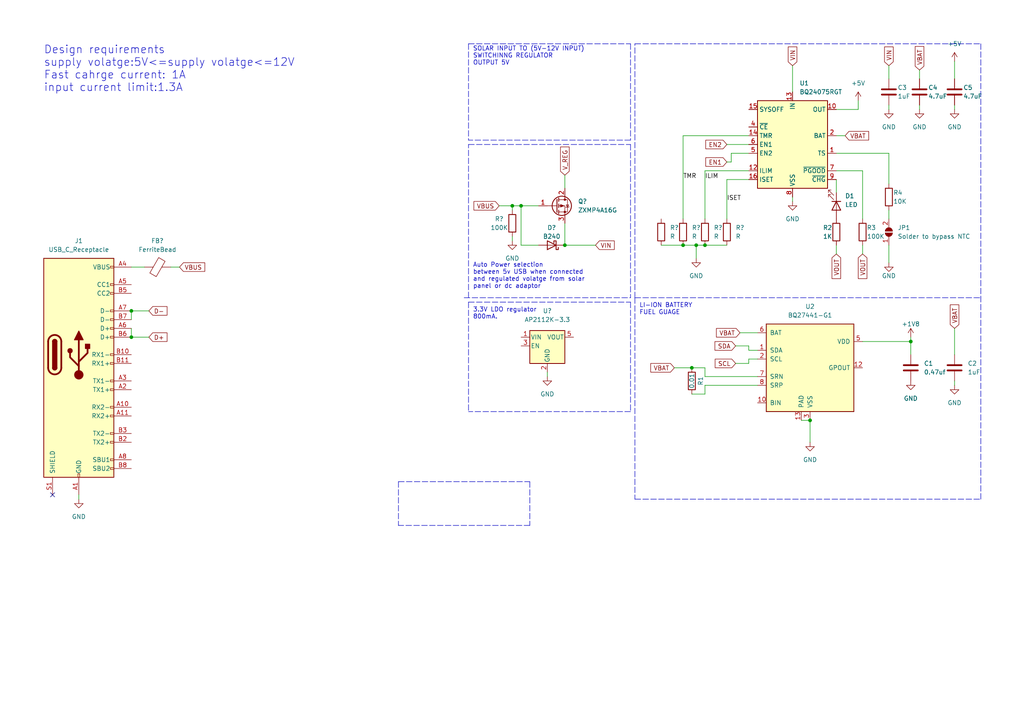
<source format=kicad_sch>
(kicad_sch (version 20211123) (generator eeschema)
  (paper "A4")
  (lib_symbols
    (symbol "Battery_Management:BQ24075RGT"
      (property "Reference" "U" (at -8.89 13.97 0))
      (property "Value" "BQ24075RGT" (at 16.51 13.97 0))
      (symbol "BQ24075RGT_0_1"
        (rectangle (start -10.16 12.7) (end 10.16 -12.7) (stroke (width 0.254)) (fill (type background)))
      )
      (symbol "BQ24075RGT_1_1"
        (pin passive line (at 12.7 -2.54 180) (length 2.54) (name "TS") (number "1"))
        (pin power_out line (at 12.7 10.16 180) (length 2.54) (name "OUT") (number "10"))
        (pin passive line (at 12.7 10.16 180) (length 2.54) hide (name "OUT") (number "11"))
        (pin passive line (at -12.7 -7.62 0) (length 2.54) (name "ILIM") (number "12"))
        (pin power_in line (at 0 15.24 270) (length 2.54) (name "IN") (number "13"))
        (pin input line (at -12.7 2.54 0) (length 2.54) (name "TMR") (number "14"))
        (pin input line (at -12.7 10.16 0) (length 2.54) (name "SYSOFF") (number "15"))
        (pin passive line (at -12.7 -10.16 0) (length 2.54) (name "ISET") (number "16"))
        (pin passive line (at 0 -15.24 90) (length 2.54) hide (name "VSS") (number "17"))
        (pin power_out line (at 12.7 2.54 180) (length 2.54) (name "BAT") (number "2"))
        (pin passive line (at 12.7 2.54 180) (length 2.54) hide (name "BAT") (number "3"))
        (pin input line (at -12.7 5.08 0) (length 2.54) (name "~{CE}") (number "4"))
        (pin input line (at -12.7 -2.54 0) (length 2.54) (name "EN2") (number "5"))
        (pin input line (at -12.7 0 0) (length 2.54) (name "EN1") (number "6"))
        (pin open_collector line (at 12.7 -7.62 180) (length 2.54) (name "~{PGOOD}") (number "7"))
        (pin power_in line (at 0 -15.24 90) (length 2.54) (name "VSS") (number "8"))
        (pin open_collector line (at 12.7 -10.16 180) (length 2.54) (name "~{CHG}") (number "9"))
      )
    )
    (symbol "Battery_Management:BQ27441-G1" (pin_names (offset 1.016))
      (property "Reference" "U" (at -5.08 15.875 0))
      (property "Value" "BQ27441-G1" (at -5.08 13.97 0))
      (symbol "BQ27441-G1_0_1"
        (rectangle (start -12.7 12.7) (end 12.7 -12.7) (stroke (width 0.254)) (fill (type background)))
      )
      (symbol "BQ27441-G1_1_1"
        (pin bidirectional line (at -15.24 5.08 0) (length 2.54) (name "SDA") (number "1"))
        (pin input line (at -15.24 -10.16 0) (length 2.54) (name "BIN") (number "10"))
        (pin no_connect line (at 10.16 -2.54 180) (length 2.54) hide (name "NC") (number "11"))
        (pin output line (at 15.24 0 180) (length 2.54) (name "GPOUT") (number "12"))
        (pin power_in line (at -2.54 -15.24 90) (length 2.54) (name "PAD") (number "13"))
        (pin input line (at -15.24 2.54 0) (length 2.54) (name "SCL") (number "2"))
        (pin power_in line (at 0 -15.24 90) (length 2.54) (name "VSS") (number "3"))
        (pin no_connect line (at 10.16 -7.62 180) (length 2.54) hide (name "NC") (number "4"))
        (pin power_out line (at 15.24 7.62 180) (length 2.54) (name "VDD") (number "5"))
        (pin power_in line (at -15.24 10.16 0) (length 2.54) (name "BAT") (number "6"))
        (pin input line (at -15.24 -2.54 0) (length 2.54) (name "SRN") (number "7"))
        (pin input line (at -15.24 -5.08 0) (length 2.54) (name "SRP") (number "8"))
        (pin no_connect line (at 10.16 -5.08 180) (length 2.54) hide (name "NC") (number "9"))
      )
    )
    (symbol "Connector:USB_C_Receptacle" (pin_names (offset 1.016))
      (property "Reference" "J" (at -10.16 29.21 0))
      (property "Value" "USB_C_Receptacle" (at 10.16 29.21 0))
      (symbol "USB_C_Receptacle_0_0"
        (rectangle (start -0.254 -35.56) (end 0.254 -34.544))
        (rectangle (start 10.16 -32.766) (end 9.144 -33.274))
        (rectangle (start 10.16 -30.226) (end 9.144 -30.734))
        (rectangle (start 10.16 -25.146) (end 9.144 -25.654))
        (rectangle (start 10.16 -22.606) (end 9.144 -23.114))
        (rectangle (start 10.16 -17.526) (end 9.144 -18.034))
        (rectangle (start 10.16 -14.986) (end 9.144 -15.494))
        (rectangle (start 10.16 -9.906) (end 9.144 -10.414))
        (rectangle (start 10.16 -7.366) (end 9.144 -7.874))
        (rectangle (start 10.16 -2.286) (end 9.144 -2.794))
        (rectangle (start 10.16 0.254) (end 9.144 -0.254))
        (rectangle (start 10.16 5.334) (end 9.144 4.826))
        (rectangle (start 10.16 7.874) (end 9.144 7.366))
        (rectangle (start 10.16 10.414) (end 9.144 9.906))
        (rectangle (start 10.16 12.954) (end 9.144 12.446))
        (rectangle (start 10.16 18.034) (end 9.144 17.526))
        (rectangle (start 10.16 20.574) (end 9.144 20.066))
        (rectangle (start 10.16 25.654) (end 9.144 25.146))
      )
      (symbol "USB_C_Receptacle_0_1"
        (rectangle (start -10.16 27.94) (end 10.16 -35.56) (stroke (width 0.254)) (fill (type background)))
        (arc (start -8.89 -3.81) (mid -6.985 -5.715) (end -5.08 -3.81) (stroke (width 0.508)))
        (arc (start -7.62 -3.81) (mid -6.985 -4.445) (end -6.35 -3.81) (stroke (width 0.254)))
        (arc (start -7.62 -3.81) (mid -6.985 -4.445) (end -6.35 -3.81) (stroke (width 0.254)) (fill (type outline)))
        (rectangle (start -7.62 -3.81) (end -6.35 3.81) (stroke (width 0.254)) (fill (type outline)))
        (arc (start -6.35 3.81) (mid -6.985 4.445) (end -7.62 3.81) (stroke (width 0.254)))
        (arc (start -6.35 3.81) (mid -6.985 4.445) (end -7.62 3.81) (stroke (width 0.254)) (fill (type outline)))
        (arc (start -5.08 3.81) (mid -6.985 5.715) (end -8.89 3.81) (stroke (width 0.508)))
        (polyline (pts (xy -8.89 -3.81) (xy -8.89 3.81)) (stroke (width 0.508)))
        (polyline (pts (xy -5.08 3.81) (xy -5.08 -3.81)) (stroke (width 0.508)))
      )
      (symbol "USB_C_Receptacle_1_1"
        (circle (center -2.54 1.143) (radius 0.635) (stroke (width 0.254)) (fill (type outline)))
        (circle (center 0 -5.842) (radius 1.27) (fill (type outline)))
        (polyline (pts (xy 0 -5.842) (xy 0 4.318)) (stroke (width 0.508)))
        (polyline (pts (xy 0 -3.302) (xy -2.54 -0.762) (xy -2.54 0.508)) (stroke (width 0.508)))
        (polyline (pts (xy 0 -2.032) (xy 2.54 0.508) (xy 2.54 1.778)) (stroke (width 0.508)))
        (polyline (pts (xy -1.27 4.318) (xy 0 6.858) (xy 1.27 4.318) (xy -1.27 4.318)) (stroke (width 0.254)) (fill (type outline)))
        (rectangle (start 1.905 1.778) (end 3.175 3.048) (stroke (width 0.254)) (fill (type outline)))
        (pin passive line (at 0 -40.64 90) (length 5.08) (name "GND") (number "A1"))
        (pin bidirectional line (at 15.24 -15.24 180) (length 5.08) (name "RX2-") (number "A10"))
        (pin bidirectional line (at 15.24 -17.78 180) (length 5.08) (name "RX2+") (number "A11"))
        (pin passive line (at 0 -40.64 90) (length 5.08) hide (name "GND") (number "A12"))
        (pin bidirectional line (at 15.24 -10.16 180) (length 5.08) (name "TX1+") (number "A2"))
        (pin bidirectional line (at 15.24 -7.62 180) (length 5.08) (name "TX1-") (number "A3"))
        (pin passive line (at 15.24 25.4 180) (length 5.08) (name "VBUS") (number "A4"))
        (pin bidirectional line (at 15.24 20.32 180) (length 5.08) (name "CC1") (number "A5"))
        (pin bidirectional line (at 15.24 7.62 180) (length 5.08) (name "D+") (number "A6"))
        (pin bidirectional line (at 15.24 12.7 180) (length 5.08) (name "D-") (number "A7"))
        (pin bidirectional line (at 15.24 -30.48 180) (length 5.08) (name "SBU1") (number "A8"))
        (pin passive line (at 15.24 25.4 180) (length 5.08) hide (name "VBUS") (number "A9"))
        (pin passive line (at 0 -40.64 90) (length 5.08) hide (name "GND") (number "B1"))
        (pin bidirectional line (at 15.24 0 180) (length 5.08) (name "RX1-") (number "B10"))
        (pin bidirectional line (at 15.24 -2.54 180) (length 5.08) (name "RX1+") (number "B11"))
        (pin passive line (at 0 -40.64 90) (length 5.08) hide (name "GND") (number "B12"))
        (pin bidirectional line (at 15.24 -25.4 180) (length 5.08) (name "TX2+") (number "B2"))
        (pin bidirectional line (at 15.24 -22.86 180) (length 5.08) (name "TX2-") (number "B3"))
        (pin passive line (at 15.24 25.4 180) (length 5.08) hide (name "VBUS") (number "B4"))
        (pin bidirectional line (at 15.24 17.78 180) (length 5.08) (name "CC2") (number "B5"))
        (pin bidirectional line (at 15.24 5.08 180) (length 5.08) (name "D+") (number "B6"))
        (pin bidirectional line (at 15.24 10.16 180) (length 5.08) (name "D-") (number "B7"))
        (pin bidirectional line (at 15.24 -33.02 180) (length 5.08) (name "SBU2") (number "B8"))
        (pin passive line (at 15.24 25.4 180) (length 5.08) hide (name "VBUS") (number "B9"))
        (pin passive line (at -7.62 -40.64 90) (length 5.08) (name "SHIELD") (number "S1"))
      )
    )
    (symbol "Device:C" (pin_numbers hide) (pin_names (offset 0.254))
      (property "Reference" "C" (at 0.635 2.54 0))
      (property "Value" "C" (at 0.635 -2.54 0))
      (symbol "C_0_1"
        (polyline (pts (xy -2.032 -0.762) (xy 2.032 -0.762)) (stroke (width 0.508)))
        (polyline (pts (xy -2.032 0.762) (xy 2.032 0.762)) (stroke (width 0.508)))
      )
      (symbol "C_1_1"
        (pin passive line (at 0 3.81 270) (length 2.794) (name "~") (number "1"))
        (pin passive line (at 0 -3.81 90) (length 2.794) (name "~") (number "2"))
      )
    )
    (symbol "Device:FerriteBead" (pin_numbers hide) (pin_names (offset 0))
      (property "Reference" "FB" (at -3.81 0.635 90))
      (property "Value" "FerriteBead" (at 3.81 0 90))
      (symbol "FerriteBead_0_1"
        (polyline (pts (xy 0 -1.27) (xy 0 -1.2192)))
        (polyline (pts (xy 0 1.27) (xy 0 1.2954)))
        (polyline (pts (xy -2.7686 0.4064) (xy -1.7018 2.2606) (xy 2.7686 -0.3048) (xy 1.6764 -2.159) (xy -2.7686 0.4064)))
      )
      (symbol "FerriteBead_1_1"
        (pin passive line (at 0 3.81 270) (length 2.54) (name "~") (number "1"))
        (pin passive line (at 0 -3.81 90) (length 2.54) (name "~") (number "2"))
      )
    )
    (symbol "Device:LED" (pin_numbers hide) (pin_names (offset 1.016) hide)
      (property "Reference" "D" (at 0 2.54 0))
      (property "Value" "LED" (at 0 -2.54 0))
      (symbol "LED_0_1"
        (polyline (pts (xy -1.27 -1.27) (xy -1.27 1.27)) (stroke (width 0.254)))
        (polyline (pts (xy -1.27 0) (xy 1.27 0)))
        (polyline (pts (xy 1.27 -1.27) (xy 1.27 1.27) (xy -1.27 0) (xy 1.27 -1.27)) (stroke (width 0.254)))
        (polyline (pts (xy -3.048 -0.762) (xy -4.572 -2.286) (xy -3.81 -2.286) (xy -4.572 -2.286) (xy -4.572 -1.524)))
        (polyline (pts (xy -1.778 -0.762) (xy -3.302 -2.286) (xy -2.54 -2.286) (xy -3.302 -2.286) (xy -3.302 -1.524)))
      )
      (symbol "LED_1_1"
        (pin passive line (at -3.81 0 0) (length 2.54) (name "K") (number "1"))
        (pin passive line (at 3.81 0 180) (length 2.54) (name "A") (number "2"))
      )
    )
    (symbol "Device:R" (pin_numbers hide) (pin_names (offset 0))
      (property "Reference" "R" (at 2.032 0 90))
      (property "Value" "R" (at 0 0 90))
      (symbol "R_0_1"
        (rectangle (start -1.016 -2.54) (end 1.016 2.54) (stroke (width 0.254)))
      )
      (symbol "R_1_1"
        (pin passive line (at 0 3.81 270) (length 1.27) (name "~") (number "1"))
        (pin passive line (at 0 -3.81 90) (length 1.27) (name "~") (number "2"))
      )
    )
    (symbol "Diode:B240" (pin_numbers hide) (pin_names (offset 1.016) hide)
      (property "Reference" "D" (at 0 2.54 0))
      (property "Value" "B240" (at 0 -2.54 0))
      (symbol "B240_0_1"
        (polyline (pts (xy 1.27 0) (xy -1.27 0)))
        (polyline (pts (xy 1.27 1.27) (xy 1.27 -1.27) (xy -1.27 0) (xy 1.27 1.27)) (stroke (width 0.254)))
        (polyline (pts (xy -1.905 0.635) (xy -1.905 1.27) (xy -1.27 1.27) (xy -1.27 -1.27) (xy -0.635 -1.27) (xy -0.635 -0.635)) (stroke (width 0.254)))
      )
      (symbol "B240_1_1"
        (pin passive line (at -3.81 0 0) (length 2.54) (name "K") (number "1"))
        (pin passive line (at 3.81 0 180) (length 2.54) (name "A") (number "2"))
      )
    )
    (symbol "Jumper:SolderJumper_2_Open" (pin_names (offset 0) hide)
      (property "Reference" "JP" (at 0 2.032 0))
      (property "Value" "SolderJumper_2_Open" (at 0 -2.54 0))
      (symbol "SolderJumper_2_Open_0_1"
        (arc (start -0.254 1.016) (mid -1.27 0) (end -0.254 -1.016))
        (arc (start -0.254 1.016) (mid -1.27 0) (end -0.254 -1.016) (fill (type outline)))
        (polyline (pts (xy -0.254 1.016) (xy -0.254 -1.016)))
        (polyline (pts (xy 0.254 1.016) (xy 0.254 -1.016)))
        (arc (start 0.254 -1.016) (mid 1.27 0) (end 0.254 1.016))
        (arc (start 0.254 -1.016) (mid 1.27 0) (end 0.254 1.016) (fill (type outline)))
      )
      (symbol "SolderJumper_2_Open_1_1"
        (pin passive line (at -3.81 0 0) (length 2.54) (name "A") (number "1"))
        (pin passive line (at 3.81 0 180) (length 2.54) (name "B") (number "2"))
      )
    )
    (symbol "Regulator_Linear:AP2112K-3.3" (pin_names (offset 0.254))
      (property "Reference" "U" (at -5.08 5.715 0))
      (property "Value" "AP2112K-3.3" (at 0 5.715 0))
      (symbol "AP2112K-3.3_0_1"
        (rectangle (start -5.08 4.445) (end 5.08 -5.08) (stroke (width 0.254)) (fill (type background)))
      )
      (symbol "AP2112K-3.3_1_1"
        (pin power_in line (at -7.62 2.54 0) (length 2.54) (name "VIN") (number "1"))
        (pin power_in line (at 0 -7.62 90) (length 2.54) (name "GND") (number "2"))
        (pin input line (at -7.62 0 0) (length 2.54) (name "EN") (number "3"))
        (pin no_connect line (at 5.08 0 180) (length 2.54) hide (name "NC") (number "4"))
        (pin power_out line (at 7.62 2.54 180) (length 2.54) (name "VOUT") (number "5"))
      )
    )
    (symbol "Transistor_FET:ZXMP4A16G" (pin_names hide)
      (property "Reference" "Q" (at 5.08 1.905 0))
      (property "Value" "ZXMP4A16G" (at 5.08 0 0))
      (symbol "ZXMP4A16G_0_1"
        (polyline (pts (xy 0.254 0) (xy -2.54 0)))
        (polyline (pts (xy 0.254 1.905) (xy 0.254 -1.905)) (stroke (width 0.254)))
        (polyline (pts (xy 0.762 -1.27) (xy 0.762 -2.286)) (stroke (width 0.254)))
        (polyline (pts (xy 0.762 0.508) (xy 0.762 -0.508)) (stroke (width 0.254)))
        (polyline (pts (xy 0.762 2.286) (xy 0.762 1.27)) (stroke (width 0.254)))
        (polyline (pts (xy 2.54 2.54) (xy 2.54 1.778)))
        (polyline (pts (xy 2.54 -2.54) (xy 2.54 0) (xy 0.762 0)))
        (polyline (pts (xy 0.762 1.778) (xy 3.302 1.778) (xy 3.302 -1.778) (xy 0.762 -1.778)))
        (polyline (pts (xy 2.286 0) (xy 1.27 0.381) (xy 1.27 -0.381) (xy 2.286 0)) (fill (type outline)))
        (polyline (pts (xy 2.794 -0.508) (xy 2.921 -0.381) (xy 3.683 -0.381) (xy 3.81 -0.254)))
        (polyline (pts (xy 3.302 -0.381) (xy 2.921 0.254) (xy 3.683 0.254) (xy 3.302 -0.381)))
        (circle (center 1.651 0) (radius 2.794) (stroke (width 0.254)))
        (circle (center 2.54 -1.778) (radius 0.254) (fill (type outline)))
        (circle (center 2.54 1.778) (radius 0.254) (fill (type outline)))
      )
      (symbol "ZXMP4A16G_1_1"
        (pin input line (at -5.08 0 0) (length 2.54) (name "G") (number "1"))
        (pin passive line (at 2.54 5.08 270) (length 2.54) (name "D") (number "2"))
        (pin passive line (at 2.54 -5.08 90) (length 2.54) (name "S") (number "3"))
      )
    )
    (symbol "power:+1V8" (power) (pin_names (offset 0))
      (property "Value" "+1V8" (at 0 3.556 0))
      (symbol "+1V8_0_1"
        (polyline (pts (xy -0.762 1.27) (xy 0 2.54)))
        (polyline (pts (xy 0 0) (xy 0 2.54)))
        (polyline (pts (xy 0 2.54) (xy 0.762 1.27)))
      )
      (symbol "+1V8_1_1"
        (pin power_in line (at 0 0 90) (length 0) hide (name "+1V8") (number "1"))
      )
    )
    (symbol "power:+5V" (power) (pin_names (offset 0))
      (property "Value" "+5V" (at 0 3.556 0))
      (symbol "+5V_0_1"
        (polyline (pts (xy -0.762 1.27) (xy 0 2.54)))
        (polyline (pts (xy 0 0) (xy 0 2.54)))
        (polyline (pts (xy 0 2.54) (xy 0.762 1.27)))
      )
      (symbol "+5V_1_1"
        (pin power_in line (at 0 0 90) (length 0) hide (name "+5V") (number "1"))
      )
    )
    (symbol "power:GND" (power) (pin_names (offset 0))
      (property "Value" "GND" (at 0 -3.81 0))
      (symbol "GND_0_1"
        (polyline (pts (xy 0 0) (xy 0 -1.27) (xy 1.27 -1.27) (xy 0 -2.54) (xy -1.27 -1.27) (xy 0 -1.27)))
      )
      (symbol "GND_1_1"
        (pin power_in line (at 0 0 270) (length 0) hide (name "GND") (number "1"))
      )
    )
  )
  (junction (at 200.66 106.68))
  (junction (at 204.47 71.12))
  (junction (at 264.16 99.06))
  (junction (at 38.1 97.79))
  (junction (at 151.13 59.69))
  (junction (at 201.93 71.12))
  (junction (at 148.59 59.69))
  (junction (at 198.12 71.12))
  (junction (at 38.1 90.17))
  (junction (at 163.83 71.12))
  (junction (at 234.95 121.92))
  (no_connect (at 15.24 143.51))
  (wire (pts (xy 212.09 44.45) (xy 217.17 44.45)))
  (polyline (pts (xy 182.88 119.38) (xy 135.89 119.38)))
  (wire (pts (xy 234.95 121.92) (xy 234.95 128.27)))
  (wire (pts (xy 250.19 49.53) (xy 250.19 63.5)))
  (wire (pts (xy 257.81 30.48) (xy 257.81 31.75)))
  (wire (pts (xy 266.7 30.48) (xy 266.7 31.75)))
  (polyline (pts (xy 182.88 87.63) (xy 182.88 119.38)))
  (wire (pts (xy 38.1 90.17) (xy 38.1 92.71)))
  (wire (pts (xy 242.57 52.07) (xy 242.57 55.88)))
  (wire (pts (xy 38.1 77.47) (xy 41.91 77.47)))
  (wire (pts (xy 248.92 29.21) (xy 248.92 31.75)))
  (wire (pts (xy 217.17 104.14) (xy 219.71 104.14)))
  (wire (pts (xy 148.59 59.69) (xy 151.13 59.69)))
  (polyline (pts (xy 134.62 86.36) (xy 182.88 86.36)))
  (wire (pts (xy 276.86 95.25) (xy 276.86 102.87)))
  (wire (pts (xy 257.81 44.45) (xy 257.81 53.34)))
  (wire (pts (xy 266.7 20.32) (xy 266.7 22.86)))
  (wire (pts (xy 257.81 71.12) (xy 257.81 76.2)))
  (polyline (pts (xy 135.89 12.7) (xy 135.89 40.64)))
  (wire (pts (xy 49.53 77.47) (xy 52.07 77.47)))
  (wire (pts (xy 217.17 100.33) (xy 217.17 101.6)))
  (polyline (pts (xy 184.15 86.36) (xy 284.48 86.36)))
  (polyline (pts (xy 284.48 144.78) (xy 284.48 86.36)))
  (wire (pts (xy 212.09 46.99) (xy 212.09 44.45)))
  (polyline (pts (xy 184.15 86.36) (xy 184.15 12.7)))
  (wire (pts (xy 257.81 60.96) (xy 257.81 63.5)))
  (wire (pts (xy 213.36 100.33) (xy 217.17 100.33)))
  (polyline (pts (xy 184.15 12.7) (xy 284.48 12.7)))
  (wire (pts (xy 148.59 68.58) (xy 148.59 69.85)))
  (polyline (pts (xy 115.57 139.7) (xy 153.67 139.7)))
  (wire (pts (xy 232.41 121.92) (xy 234.95 121.92)))
  (wire (pts (xy 200.66 106.68) (xy 204.47 106.68)))
  (wire (pts (xy 204.47 71.12) (xy 210.82 71.12)))
  (wire (pts (xy 22.86 143.51) (xy 22.86 144.78)))
  (wire (pts (xy 163.83 50.8) (xy 163.83 54.61)))
  (polyline (pts (xy 135.89 12.7) (xy 182.88 12.7)))
  (wire (pts (xy 158.75 107.95) (xy 158.75 109.22)))
  (wire (pts (xy 210.82 63.5) (xy 210.82 52.07)))
  (wire (pts (xy 151.13 71.12) (xy 151.13 59.69)))
  (wire (pts (xy 242.57 44.45) (xy 257.81 44.45)))
  (wire (pts (xy 38.1 95.25) (xy 38.1 97.79)))
  (polyline (pts (xy 284.48 12.7) (xy 284.48 86.36)))
  (wire (pts (xy 264.16 97.79) (xy 264.16 99.06)))
  (polyline (pts (xy 115.57 139.7) (xy 115.57 152.4)))
  (wire (pts (xy 217.17 49.53) (xy 204.47 49.53)))
  (wire (pts (xy 38.1 90.17) (xy 43.18 90.17)))
  (wire (pts (xy 242.57 71.12) (xy 242.57 73.66)))
  (wire (pts (xy 163.83 71.12) (xy 172.72 71.12)))
  (polyline (pts (xy 184.15 144.78) (xy 284.48 144.78)))
  (wire (pts (xy 204.47 106.68) (xy 204.47 109.22)))
  (wire (pts (xy 250.19 73.66) (xy 250.19 71.12)))
  (wire (pts (xy 242.57 49.53) (xy 250.19 49.53)))
  (wire (pts (xy 38.1 97.79) (xy 43.18 97.79)))
  (wire (pts (xy 204.47 111.76) (xy 219.71 111.76)))
  (wire (pts (xy 214.63 96.52) (xy 219.71 96.52)))
  (polyline (pts (xy 184.15 86.36) (xy 184.15 144.78)))
  (wire (pts (xy 144.78 59.69) (xy 148.59 59.69)))
  (wire (pts (xy 229.87 19.05) (xy 229.87 26.67)))
  (wire (pts (xy 151.13 59.69) (xy 156.21 59.69)))
  (wire (pts (xy 210.82 52.07) (xy 217.17 52.07)))
  (wire (pts (xy 229.87 57.15) (xy 229.87 58.42)))
  (wire (pts (xy 264.16 99.06) (xy 250.19 99.06)))
  (wire (pts (xy 264.16 102.87) (xy 264.16 99.06)))
  (polyline (pts (xy 135.89 87.63) (xy 135.89 119.38)))
  (polyline (pts (xy 153.67 139.7) (xy 153.67 152.4)))
  (wire (pts (xy 213.36 105.41) (xy 217.17 105.41)))
  (wire (pts (xy 204.47 49.53) (xy 204.47 63.5)))
  (wire (pts (xy 217.17 105.41) (xy 217.17 104.14)))
  (wire (pts (xy 163.83 64.77) (xy 163.83 71.12)))
  (wire (pts (xy 148.59 60.96) (xy 148.59 59.69)))
  (wire (pts (xy 242.57 39.37) (xy 245.11 39.37)))
  (polyline (pts (xy 135.89 87.63) (xy 182.88 87.63)))
  (wire (pts (xy 242.57 31.75) (xy 248.92 31.75)))
  (wire (pts (xy 200.66 114.3) (xy 204.47 114.3)))
  (wire (pts (xy 276.86 110.49) (xy 276.86 111.76)))
  (wire (pts (xy 217.17 101.6) (xy 219.71 101.6)))
  (wire (pts (xy 201.93 74.93) (xy 201.93 71.12)))
  (wire (pts (xy 210.82 46.99) (xy 212.09 46.99)))
  (wire (pts (xy 204.47 109.22) (xy 219.71 109.22)))
  (wire (pts (xy 217.17 39.37) (xy 198.12 39.37)))
  (polyline (pts (xy 182.88 40.64) (xy 135.89 40.64)))
  (wire (pts (xy 276.86 30.48) (xy 276.86 31.75)))
  (wire (pts (xy 191.77 71.12) (xy 198.12 71.12)))
  (polyline (pts (xy 182.88 41.91) (xy 182.88 86.36)))
  (polyline (pts (xy 135.89 41.91) (xy 182.88 41.91)))
  (wire (pts (xy 257.81 19.05) (xy 257.81 22.86)))
  (wire (pts (xy 195.58 106.68) (xy 200.66 106.68)))
  (wire (pts (xy 198.12 71.12) (xy 201.93 71.12)))
  (wire (pts (xy 156.21 71.12) (xy 151.13 71.12)))
  (polyline (pts (xy 153.67 152.4) (xy 115.57 152.4)))
  (wire (pts (xy 198.12 39.37) (xy 198.12 63.5)))
  (wire (pts (xy 276.86 17.78) (xy 276.86 22.86)))
  (polyline (pts (xy 182.88 12.7) (xy 182.88 40.64)))
  (wire (pts (xy 210.82 41.91) (xy 217.17 41.91)))
  (wire (pts (xy 201.93 71.12) (xy 204.47 71.12)))
  (polyline (pts (xy 135.89 86.36) (xy 135.89 41.91)))
  (wire (pts (xy 204.47 114.3) (xy 204.47 111.76)))
  (text "Design requirements\nsupply volatge:5V<=supply volatge<=12V\nFast cahrge current: 1A \ninput current limit:1.3A\n\n" (at 12.7 30.48 0) (effects (font (size 2.27 2.27)) (justify left bottom)))
  (text "Auto Power selection\nbetween 5v USB when connected \nand regulated volatge from solar \npanel or dc adaptor\n" (at 137.16 83.82 0) (effects (font (size 1.27 1.27)) (justify left bottom)))
  (text "LI-ION BATTERY\nFUEL GUAGE\n" (at 185.42 91.44 0) (effects (font (size 1.27 1.27)) (justify left bottom)))
  (text "3.3V LDO regulator\n800mA." (at 137.16 92.71 0) (effects (font (size 1.27 1.27)) (justify left bottom)))
  (text "SOLAR INPUT TO (5V-12V INPUT)\nSWITCHINNG REGULATOR \nOUTPUT 5V" (at 137.16 19.05 0) (effects (font (size 1.27 1.27)) (justify left bottom)))
  (label "ILIM" (at 204.47 52.07 0))
  (label "ISET" (at 210.82 58.42 0))
  (label "TMR" (at 198.12 52.07 0))
  (global_label "VIN" (shape input) (at 257.81 19.05 90) (property "Intersheet References" "${INTERSHEET_REFS}" (effects hide)))
  (global_label "VBAT" (shape input) (at 245.11 39.37 0) (property "Intersheet References" "${INTERSHEET_REFS}" (effects hide)))
  (global_label "VBUS" (shape input) (at 52.07 77.47 0) (property "Intersheet References" "${INTERSHEET_REFS}" (effects hide)))
  (global_label "D-" (shape input) (at 43.18 90.17 0) (property "Intersheet References" "${INTERSHEET_REFS}" (effects hide)))
  (global_label "VOUT" (shape input) (at 242.57 73.66 270) (property "Intersheet References" "${INTERSHEET_REFS}" (effects hide)))
  (global_label "VIN" (shape input) (at 229.87 19.05 90) (property "Intersheet References" "${INTERSHEET_REFS}" (effects hide)))
  (global_label "V_REG" (shape input) (at 163.83 50.8 90) (property "Intersheet References" "${INTERSHEET_REFS}" (effects hide)))
  (global_label "EN1" (shape input) (at 210.82 46.99 180) (property "Intersheet References" "${INTERSHEET_REFS}" (effects hide)))
  (global_label "EN2" (shape input) (at 210.82 41.91 180) (property "Intersheet References" "${INTERSHEET_REFS}" (effects hide)))
  (global_label "VBAT" (shape input) (at 214.63 96.52 180) (property "Intersheet References" "${INTERSHEET_REFS}" (effects hide)))
  (global_label "VBAT" (shape input) (at 266.7 20.32 90) (property "Intersheet References" "${INTERSHEET_REFS}" (effects hide)))
  (global_label "SDA" (shape input) (at 213.36 100.33 180) (property "Intersheet References" "${INTERSHEET_REFS}" (effects hide)))
  (global_label "SCL" (shape input) (at 213.36 105.41 180) (property "Intersheet References" "${INTERSHEET_REFS}" (effects hide)))
  (global_label "VIN" (shape input) (at 172.72 71.12 0) (property "Intersheet References" "${INTERSHEET_REFS}" (effects hide)))
  (global_label "VBUS" (shape input) (at 144.78 59.69 180) (property "Intersheet References" "${INTERSHEET_REFS}" (effects hide)))
  (global_label "VBAT" (shape input) (at 195.58 106.68 180) (property "Intersheet References" "${INTERSHEET_REFS}" (effects hide)))
  (global_label "D+" (shape input) (at 43.18 97.79 0) (property "Intersheet References" "${INTERSHEET_REFS}" (effects hide)))
  (global_label "VBAT" (shape input) (at 276.86 95.25 90) (property "Intersheet References" "${INTERSHEET_REFS}" (effects hide)))
  (global_label "VOUT" (shape input) (at 250.19 73.66 270) (property "Intersheet References" "${INTERSHEET_REFS}" (effects hide)))
  (symbol (lib_id "power:GND") (at 276.86 111.76 0) (unit 1)
    (property "Reference" "#PWR05" (effects hide))
    (property "Value" "GND" (at 276.86 116.84 0))
  )
  (symbol (lib_id "power:GND") (at 158.75 109.22 0) (unit 1)
    (property "Reference" "#PWR?" (effects hide))
    (property "Value" "GND" (at 158.75 114.3 0))
  )
  (symbol (lib_id "power:GND") (at 264.16 110.49 0) (unit 1)
    (property "Reference" "#PWR04" (effects hide))
    (property "Value" "GND" (at 264.16 115.57 0))
  )
  (symbol (lib_id "Diode:B240") (at 160.02 71.12 180) (unit 1)
    (property "Reference" "D?" (at 160.02 66.04 0))
    (property "Value" "B240" (at 160.02 68.58 0))
    (property "Footprint" "Diode_SMD:D_SMB" (effects hide))
    (property "Datasheet" "http://www.jameco.com/Jameco/Products/ProdDS/1538777.pdf" (effects hide))
  )
  (symbol (lib_id "power:GND") (at 148.59 69.85 0) (unit 1)
    (property "Reference" "#PWR?" (effects hide))
    (property "Value" "GND" (at 148.59 74.93 0))
  )
  (symbol (lib_id "Device:R") (at 191.77 67.31 0) (unit 1)
    (property "Reference" "R?" (at 194.31 66.0399 0) (effects (justify left)))
    (property "Value" "R" (at 194.31 68.5799 0) (effects (justify left)))
  )
  (symbol (lib_id "power:+5V") (at 276.86 17.78 0) (unit 1)
    (property "Reference" "#PWR?" (effects hide))
    (property "Value" "+5V" (at 276.86 12.7 0))
  )
  (symbol (lib_id "power:+1V8") (at 264.16 97.79 0) (unit 1)
    (property "Reference" "#PWR?" (effects hide))
    (property "Value" "+1V8" (at 264.16 93.98 0))
  )
  (symbol (lib_id "power:GND") (at 22.86 144.78 0) (unit 1)
    (property "Reference" "#PWR01" (effects hide))
    (property "Value" "GND" (at 22.86 149.86 0))
  )
  (symbol (lib_id "Device:C") (at 257.81 26.67 0) (unit 1)
    (property "Reference" "C3" (at 260.35 25.4 0) (effects (justify left)))
    (property "Value" "1uF" (at 260.35 27.94 0) (effects (justify left)))
  )
  (symbol (lib_id "Device:C") (at 266.7 26.67 0) (unit 1)
    (property "Reference" "C4" (at 269.24 25.4 0) (effects (justify left)))
    (property "Value" "4.7uF" (at 269.24 27.94 0) (effects (justify left)))
  )
  (symbol (lib_id "Transistor_FET:ZXMP4A16G") (at 161.29 59.69 0) (unit 1)
    (property "Reference" "Q?" (at 167.64 58.4199 0) (effects (justify left)))
    (property "Value" "ZXMP4A16G" (at 167.64 60.9599 0) (effects (justify left)))
    (property "Footprint" "Package_TO_SOT_SMD:SOT-223-3_TabPin2" (effects hide))
    (property "Datasheet" "https://www.diodes.com/assets/Datasheets/ZXMP4A16G.pdf" (effects hide))
  )
  (symbol (lib_id "Device:R") (at 250.19 67.31 0) (unit 1)
    (property "Reference" "R3" (at 252.73 66.04 0))
    (property "Value" "100K" (at 254 68.58 0))
  )
  (symbol (lib_id "Device:C") (at 276.86 26.67 0) (unit 1)
    (property "Reference" "C5" (at 279.4 25.4 0) (effects (justify left)))
    (property "Value" "4.7uF" (at 279.4 27.94 0) (effects (justify left)))
  )
  (symbol (lib_id "Battery_Management:BQ24075RGT") (at 229.87 41.91 0) (unit 1)
    (property "Reference" "U1" (at 231.8894 24.13 0) (effects (justify left)))
    (property "Value" "BQ24075RGT" (at 231.8894 26.67 0) (effects (justify left)))
    (property "Footprint" "Package_DFN_QFN:VQFN-16-1EP_3x3mm_P0.5mm_EP1.6x1.6mm" (effects hide))
    (property "Datasheet" "http://www.ti.com/lit/ds/symlink/bq24075.pdf" (effects hide))
  )
  (symbol (lib_id "Device:C") (at 276.86 106.68 0) (unit 1)
    (property "Reference" "C2" (at 280.67 105.4099 0) (effects (justify left)))
    (property "Value" "1uF" (at 280.67 107.9499 0) (effects (justify left)))
    (property "Footprint" "Capacitor_SMD:C_0603_1608Metric" (effects hide))
  )
  (symbol (lib_id "Device:R") (at 148.59 64.77 0) (unit 1)
    (property "Reference" "R?" (at 143.51 63.5 0) (effects (justify left)))
    (property "Value" "100K" (at 142.24 66.04 0) (effects (justify left)))
  )
  (symbol (lib_id "Device:R") (at 257.81 57.15 0) (unit 1)
    (property "Reference" "R4" (at 259.08 55.88 0) (effects (justify left)))
    (property "Value" "10K" (at 259.08 58.42 0) (effects (justify left)))
  )
  (symbol (lib_id "Device:LED") (at 242.57 59.69 270) (unit 1)
    (property "Reference" "D1" (at 245.11 56.8324 90) (effects (justify left)))
    (property "Value" "LED" (at 245.11 59.3724 90) (effects (justify left)))
  )
  (symbol (lib_id "Device:R") (at 198.12 67.31 0) (unit 1)
    (property "Reference" "R?" (at 200.66 66.0399 0) (effects (justify left)))
    (property "Value" "R" (at 200.66 68.5799 0) (effects (justify left)))
  )
  (symbol (lib_id "Battery_Management:BQ27441-G1") (at 234.95 106.68 0) (unit 1)
    (property "Reference" "U2" (at 234.95 88.9 0))
    (property "Value" "BQ27441-G1" (at 234.95 91.44 0))
    (property "Footprint" "Package_SON:Texas_S-PDSO-N12" (effects hide))
    (property "Datasheet" "http://www.ti.com/lit/ds/symlink/bq27441-g1.pdf" (effects hide))
  )
  (symbol (lib_id "Connector:USB_C_Receptacle") (at 22.86 102.87 0) (unit 1)
    (property "Reference" "J1" (at 22.86 69.85 0))
    (property "Value" "USB_C_Receptacle" (at 22.86 72.39 0))
    (property "Footprint" "Connector_USB:USB_C_Receptacle_Amphenol_12401548E4-2A" (effects hide))
    (property "Datasheet" "https://www.usb.org/sites/default/files/documents/usb_type-c.zip" (effects hide))
  )
  (symbol (lib_id "Jumper:SolderJumper_2_Open") (at 257.81 67.31 90) (unit 1)
    (property "Reference" "JP1" (at 260.35 66.0399 90) (effects (justify right)))
    (property "Value" "Solder to bypass NTC " (at 260.35 68.5799 90) (effects (justify right)))
  )
  (symbol (lib_id "power:GND") (at 229.87 58.42 0) (unit 1)
    (property "Reference" "#PWR02" (effects hide))
    (property "Value" "GND" (at 229.87 63.5 0))
  )
  (symbol (lib_id "Device:R") (at 200.66 110.49 0) (mirror y) (unit 1)
    (property "Reference" "R1" (at 203.2 110.49 90))
    (property "Value" "0.01" (at 200.66 110.49 90))
  )
  (symbol (lib_id "Device:R") (at 204.47 67.31 0) (unit 1)
    (property "Reference" "R?" (at 207.01 66.0399 0) (effects (justify left)))
    (property "Value" "R" (at 207.01 68.5799 0) (effects (justify left)))
  )
  (symbol (lib_id "Device:C") (at 264.16 106.68 0) (unit 1)
    (property "Reference" "C1" (at 267.97 105.4099 0) (effects (justify left)))
    (property "Value" "0.47uf" (at 267.97 107.9499 0) (effects (justify left)))
    (property "Footprint" "Capacitor_SMD:C_0603_1608Metric" (effects hide))
  )
  (symbol (lib_id "power:GND") (at 234.95 128.27 0) (unit 1)
    (property "Reference" "#PWR03" (effects hide))
    (property "Value" "GND" (at 234.95 133.35 0))
  )
  (symbol (lib_id "power:GND") (at 257.81 31.75 0) (unit 1)
    (property "Reference" "#PWR07" (effects hide))
    (property "Value" "GND" (at 257.81 36.83 0))
  )
  (symbol (lib_id "power:GND") (at 266.7 31.75 0) (unit 1)
    (property "Reference" "#PWR08" (effects hide))
    (property "Value" "GND" (at 266.7 36.83 0))
  )
  (symbol (lib_id "Regulator_Linear:AP2112K-3.3") (at 158.75 100.33 0) (unit 1)
    (property "Reference" "U?" (at 158.75 90.17 0))
    (property "Value" "AP2112K-3.3" (at 158.75 92.71 0))
    (property "Footprint" "Package_TO_SOT_SMD:SOT-23-5" (effects hide))
    (property "Datasheet" "https://www.diodes.com/assets/Datasheets/AP2112.pdf" (effects hide))
  )
  (symbol (lib_id "power:+5V") (at 248.92 29.21 0) (unit 1)
    (property "Reference" "#PWR?" (effects hide))
    (property "Value" "+5V" (at 248.92 24.13 0))
  )
  (symbol (lib_id "power:GND") (at 257.81 76.2 0) (unit 1)
    (property "Reference" "#PWR06" (effects hide))
    (property "Value" "GND" (at 257.81 80.01 0))
  )
  (symbol (lib_id "Device:FerriteBead") (at 45.72 77.47 90) (unit 1)
    (property "Reference" "FB?" (at 45.6692 69.85 90))
    (property "Value" "FerriteBead" (at 45.6692 72.39 90))
    (property "Footprint" "Inductor_SMD:L_0402_1005Metric_Pad0.77x0.64mm_HandSolder" (effects hide))
  )
  (symbol (lib_id "power:GND") (at 201.93 74.93 0) (unit 1)
    (property "Reference" "#PWR?" (effects hide))
    (property "Value" "GND" (at 201.93 80.01 0))
  )
  (symbol (lib_id "Device:R") (at 242.57 67.31 0) (unit 1)
    (property "Reference" "R2" (at 240.03 66.04 0))
    (property "Value" "1K" (at 240.03 68.58 0))
  )
  (symbol (lib_id "power:GND") (at 276.86 31.75 0) (unit 1)
    (property "Reference" "#PWR09" (effects hide))
    (property "Value" "GND" (at 276.86 36.83 0))
  )
  (symbol (lib_id "Device:R") (at 210.82 67.31 0) (unit 1)
    (property "Reference" "R?" (at 213.36 66.0399 0) (effects (justify left)))
    (property "Value" "R" (at 213.36 68.5799 0) (effects (justify left)))
  )
)
</source>
